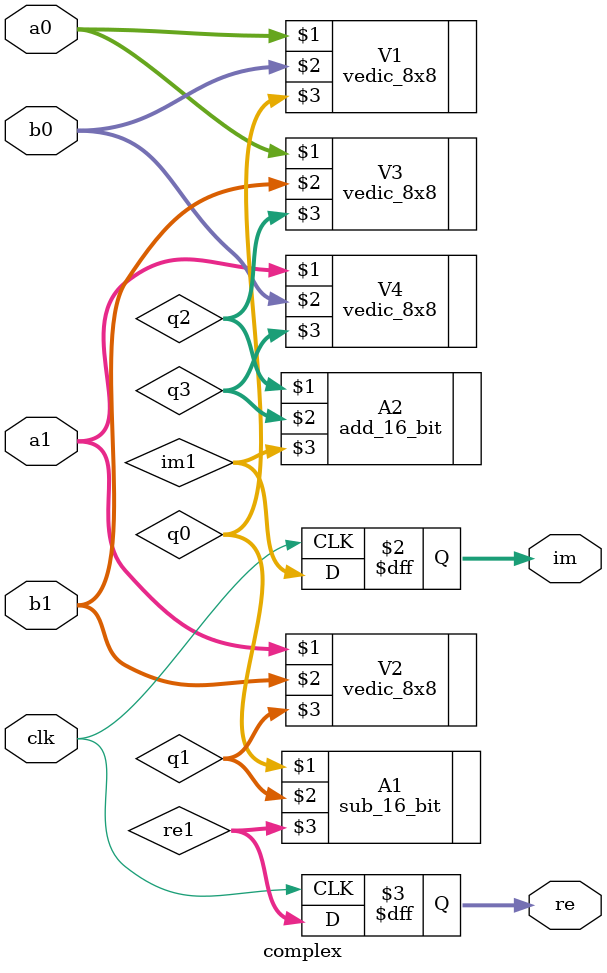
<source format=v>
module complex(clk,a0,a1,b0,b1,im,re);
parameter N = 8;
input clk;
input [N-1:0] a0,a1,b0,b1;
output reg [15:0] im, re;
wire [15:0] im1, re1;

wire [15:0] q0, q1, q2, q3;
    
vedic_8x8 V1(a0,b0,q0);
vedic_8x8 V2(a1,b1,q1);
vedic_8x8 V3(a0,b1,q2);
vedic_8x8 V4(a1,b0,q3);

sub_16_bit A1(q0,q1,re1);
add_16_bit A2(q2,q3,im1);
always @(posedge clk) begin
    re = re1;
    im = im1;    
end

endmodule





</source>
